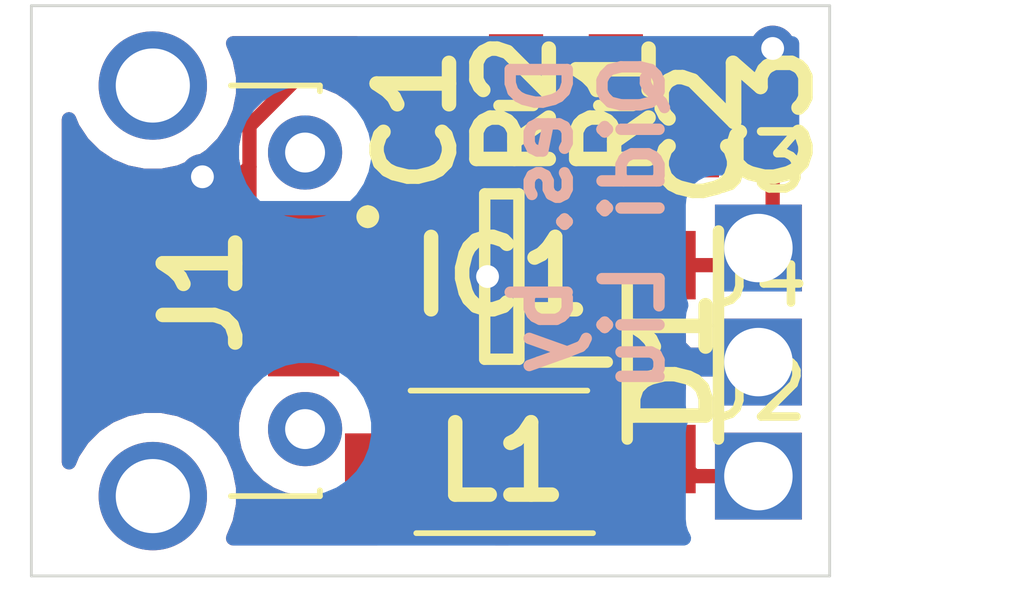
<source format=kicad_pcb>
(kicad_pcb (version 20171130) (host pcbnew 5.1.9+dfsg1-1)

  (general
    (thickness 1.6)
    (drawings 5)
    (tracks 60)
    (zones 0)
    (modules 12)
    (nets 15)
  )

  (page A4)
  (layers
    (0 F.Cu signal)
    (31 B.Cu signal)
    (32 B.Adhes user)
    (33 F.Adhes user)
    (34 B.Paste user)
    (35 F.Paste user)
    (36 B.SilkS user)
    (37 F.SilkS user)
    (38 B.Mask user)
    (39 F.Mask user)
    (40 Dwgs.User user)
    (41 Cmts.User user)
    (42 Eco1.User user)
    (43 Eco2.User user)
    (44 Edge.Cuts user)
    (45 Margin user)
    (46 B.CrtYd user)
    (47 F.CrtYd user)
    (48 B.Fab user)
    (49 F.Fab user)
  )

  (setup
    (last_trace_width 0.25)
    (trace_clearance 0.2)
    (zone_clearance 0.508)
    (zone_45_only no)
    (trace_min 0.2)
    (via_size 0.8)
    (via_drill 0.4)
    (via_min_size 0.4)
    (via_min_drill 0.3)
    (uvia_size 0.3)
    (uvia_drill 0.1)
    (uvias_allowed no)
    (uvia_min_size 0.2)
    (uvia_min_drill 0.1)
    (edge_width 0.05)
    (segment_width 0.2)
    (pcb_text_width 0.3)
    (pcb_text_size 1.5 1.5)
    (mod_edge_width 0.12)
    (mod_text_size 1 1)
    (mod_text_width 0.15)
    (pad_size 1.524 1.524)
    (pad_drill 0.762)
    (pad_to_mask_clearance 0)
    (aux_axis_origin 0 0)
    (visible_elements FFFFFF7F)
    (pcbplotparams
      (layerselection 0x010fc_ffffffff)
      (usegerberextensions false)
      (usegerberattributes true)
      (usegerberadvancedattributes true)
      (creategerberjobfile true)
      (excludeedgelayer true)
      (linewidth 0.100000)
      (plotframeref false)
      (viasonmask false)
      (mode 1)
      (useauxorigin false)
      (hpglpennumber 1)
      (hpglpenspeed 20)
      (hpglpendiameter 15.000000)
      (psnegative false)
      (psa4output false)
      (plotreference true)
      (plotvalue true)
      (plotinvisibletext false)
      (padsonsilk false)
      (subtractmaskfromsilk false)
      (outputformat 1)
      (mirror false)
      (drillshape 1)
      (scaleselection 1)
      (outputdirectory ""))
  )

  (net 0 "")
  (net 1 "Net-(C1-Pad1)")
  (net 2 GND)
  (net 3 "Net-(C2-Pad2)")
  (net 4 /V+)
  (net 5 "Net-(J1-Pad2)")
  (net 6 "Net-(J1-Pad3)")
  (net 7 "Net-(J1-Pad4)")
  (net 8 "Net-(J1-PadMH1)")
  (net 9 "Net-(J1-PadMH2)")
  (net 10 "Net-(J1-PadMH3)")
  (net 11 "Net-(J1-PadMH4)")
  (net 12 "Net-(J1-PadMP1)")
  (net 13 "Net-(J1-PadMP2)")
  (net 14 /EXT)

  (net_class Default "This is the default net class."
    (clearance 0.2)
    (trace_width 0.25)
    (via_dia 0.8)
    (via_drill 0.4)
    (uvia_dia 0.3)
    (uvia_drill 0.1)
    (add_net /EXT)
    (add_net /V+)
    (add_net GND)
    (add_net "Net-(C1-Pad1)")
    (add_net "Net-(C2-Pad2)")
    (add_net "Net-(J1-Pad2)")
    (add_net "Net-(J1-Pad3)")
    (add_net "Net-(J1-Pad4)")
    (add_net "Net-(J1-PadMH1)")
    (add_net "Net-(J1-PadMH2)")
    (add_net "Net-(J1-PadMH3)")
    (add_net "Net-(J1-PadMH4)")
    (add_net "Net-(J1-PadMP1)")
    (add_net "Net-(J1-PadMP2)")
  )

  (module my_lib:Du_Pont_pin (layer F.Cu) (tedit 60FC2584) (tstamp 60FC02DF)
    (at 141.75 95.25)
    (path /60FCECCD)
    (fp_text reference J2 (at 0 -1.5) (layer F.SilkS)
      (effects (font (size 1 1) (thickness 0.15)))
    )
    (fp_text value Du_Pont_pin (at 0 1.5) (layer F.Fab)
      (effects (font (size 1 1) (thickness 0.15)))
    )
    (pad 1 thru_hole rect (at 0 0) (size 1.524 1.524) (drill 1.2) (layers *.Cu *.Mask)
      (net 14 /EXT))
  )

  (module my_lib:Du_Pont_pin (layer F.Cu) (tedit 60FC2584) (tstamp 60FC02E9)
    (at 141.75 93.25)
    (path /60FCFB37)
    (fp_text reference J4 (at 0 -1.5) (layer F.SilkS)
      (effects (font (size 1 1) (thickness 0.15)))
    )
    (fp_text value Du_Pont_pin (at 0 1.5) (layer F.Fab)
      (effects (font (size 1 1) (thickness 0.15)))
    )
    (pad 1 thru_hole rect (at 0 0) (size 1.524 1.524) (drill 1.2) (layers *.Cu *.Mask)
      (net 2 GND))
  )

  (module my_lib:Du_Pont_pin (layer F.Cu) (tedit 60FC2584) (tstamp 60FC02E4)
    (at 141.75 91.25)
    (path /60FCF793)
    (fp_text reference J3 (at 0 -1.5) (layer F.SilkS)
      (effects (font (size 1 1) (thickness 0.15)))
    )
    (fp_text value Du_Pont_pin (at 0 1.5) (layer F.Fab)
      (effects (font (size 1 1) (thickness 0.15)))
    )
    (pad 1 thru_hole rect (at 0 0) (size 1.524 1.524) (drill 1.2) (layers *.Cu *.Mask)
      (net 4 /V+))
  )

  (module my_lib:CAPC1608X90N (layer F.Cu) (tedit 0) (tstamp 60FC0271)
    (at 135.75 89 90)
    (descr CL10A106MQ8NNNC)
    (tags Capacitor)
    (path /60FB7A54)
    (attr smd)
    (fp_text reference C1 (at 0 0 90) (layer F.SilkS)
      (effects (font (size 1.27 1.27) (thickness 0.254)))
    )
    (fp_text value CL10A106MQ8NNNC (at 0 0 90) (layer F.SilkS) hide
      (effects (font (size 1.27 1.27) (thickness 0.254)))
    )
    (fp_line (start -0.8 0.4) (end -0.8 -0.4) (layer F.Fab) (width 0.1))
    (fp_line (start 0.8 0.4) (end -0.8 0.4) (layer F.Fab) (width 0.1))
    (fp_line (start 0.8 -0.4) (end 0.8 0.4) (layer F.Fab) (width 0.1))
    (fp_line (start -0.8 -0.4) (end 0.8 -0.4) (layer F.Fab) (width 0.1))
    (fp_line (start -1.225 0.62) (end -1.225 -0.62) (layer F.CrtYd) (width 0.05))
    (fp_line (start 1.225 0.62) (end -1.225 0.62) (layer F.CrtYd) (width 0.05))
    (fp_line (start 1.225 -0.62) (end 1.225 0.62) (layer F.CrtYd) (width 0.05))
    (fp_line (start -1.225 -0.62) (end 1.225 -0.62) (layer F.CrtYd) (width 0.05))
    (fp_text user %R (at 0 0 90) (layer F.Fab)
      (effects (font (size 1.27 1.27) (thickness 0.254)))
    )
    (pad 1 smd rect (at -0.71 0 90) (size 0.73 0.94) (layers F.Cu F.Paste F.Mask)
      (net 1 "Net-(C1-Pad1)"))
    (pad 2 smd rect (at 0.71 0 90) (size 0.73 0.94) (layers F.Cu F.Paste F.Mask)
      (net 2 GND))
    (model CL10A106MQ8NNNC.stp
      (at (xyz 0 0 0))
      (scale (xyz 1 1 1))
      (rotate (xyz 0 0 0))
    )
  )

  (module my_lib:CAPC1005X55N (layer F.Cu) (tedit 0) (tstamp 60FC0280)
    (at 140.75 89.25 270)
    (descr 0402)
    (tags Capacitor)
    (path /60FC5B35)
    (attr smd)
    (fp_text reference C2 (at 0 0 90) (layer F.SilkS)
      (effects (font (size 1.27 1.27) (thickness 0.254)))
    )
    (fp_text value CC0402JRNPO9BN220 (at 0 0 90) (layer F.SilkS) hide
      (effects (font (size 1.27 1.27) (thickness 0.254)))
    )
    (fp_line (start -0.5 0.25) (end -0.5 -0.25) (layer F.Fab) (width 0.1))
    (fp_line (start 0.5 0.25) (end -0.5 0.25) (layer F.Fab) (width 0.1))
    (fp_line (start 0.5 -0.25) (end 0.5 0.25) (layer F.Fab) (width 0.1))
    (fp_line (start -0.5 -0.25) (end 0.5 -0.25) (layer F.Fab) (width 0.1))
    (fp_line (start -0.91 0.46) (end -0.91 -0.46) (layer F.CrtYd) (width 0.05))
    (fp_line (start 0.91 0.46) (end -0.91 0.46) (layer F.CrtYd) (width 0.05))
    (fp_line (start 0.91 -0.46) (end 0.91 0.46) (layer F.CrtYd) (width 0.05))
    (fp_line (start -0.91 -0.46) (end 0.91 -0.46) (layer F.CrtYd) (width 0.05))
    (fp_text user %R (at 0 0 90) (layer F.Fab)
      (effects (font (size 1.27 1.27) (thickness 0.254)))
    )
    (pad 1 smd rect (at -0.47 0 270) (size 0.58 0.62) (layers F.Cu F.Paste F.Mask)
      (net 4 /V+))
    (pad 2 smd rect (at 0.47 0 270) (size 0.58 0.62) (layers F.Cu F.Paste F.Mask)
      (net 3 "Net-(C2-Pad2)"))
    (model CC0402JRNPO9BN220.stp
      (at (xyz 0 0 0))
      (scale (xyz 1 1 1))
      (rotate (xyz 0 0 0))
    )
  )

  (module my_lib:CAPC1005X60N (layer F.Cu) (tedit 0) (tstamp 60FC028F)
    (at 142 89 90)
    (descr CL05A105KA5NQNC)
    (tags Capacitor)
    (path /60FCB24E)
    (attr smd)
    (fp_text reference C3 (at 0 0 90) (layer F.SilkS)
      (effects (font (size 1.27 1.27) (thickness 0.254)))
    )
    (fp_text value CL05A105KA5NQNC (at 0 0 90) (layer F.SilkS) hide
      (effects (font (size 1.27 1.27) (thickness 0.254)))
    )
    (fp_line (start -0.5 0.25) (end -0.5 -0.25) (layer F.Fab) (width 0.1))
    (fp_line (start 0.5 0.25) (end -0.5 0.25) (layer F.Fab) (width 0.1))
    (fp_line (start 0.5 -0.25) (end 0.5 0.25) (layer F.Fab) (width 0.1))
    (fp_line (start -0.5 -0.25) (end 0.5 -0.25) (layer F.Fab) (width 0.1))
    (fp_line (start -0.92 0.47) (end -0.92 -0.47) (layer F.CrtYd) (width 0.05))
    (fp_line (start 0.92 0.47) (end -0.92 0.47) (layer F.CrtYd) (width 0.05))
    (fp_line (start 0.92 -0.47) (end 0.92 0.47) (layer F.CrtYd) (width 0.05))
    (fp_line (start -0.92 -0.47) (end 0.92 -0.47) (layer F.CrtYd) (width 0.05))
    (pad 1 smd rect (at -0.46 0 90) (size 0.62 0.64) (layers F.Cu F.Paste F.Mask)
      (net 4 /V+))
    (pad 2 smd rect (at 0.46 0 90) (size 0.62 0.64) (layers F.Cu F.Paste F.Mask)
      (net 2 GND))
    (model CL05A105KA5NQNC.stp
      (at (xyz 0 0 0))
      (scale (xyz 1 1 1))
      (rotate (xyz 0 0 0))
    )
  )

  (module my_lib:SOD3816X128N (layer F.Cu) (tedit 0) (tstamp 60FC02A1)
    (at 140.25 93.25 270)
    (descr MBR0520L-1)
    (tags "Schottky Diode")
    (path /60FBFBA6)
    (attr smd)
    (fp_text reference D1 (at 0 0 90) (layer F.SilkS)
      (effects (font (size 1.27 1.27) (thickness 0.254)))
    )
    (fp_text value MBR0520L (at 0 0 90) (layer F.SilkS) hide
      (effects (font (size 1.27 1.27) (thickness 0.254)))
    )
    (fp_line (start -1.35 0.8) (end 1.35 0.8) (layer F.SilkS) (width 0.2))
    (fp_line (start -2.3 -0.8) (end 1.35 -0.8) (layer F.SilkS) (width 0.2))
    (fp_line (start -1.35 -0.2) (end -0.75 -0.8) (layer F.Fab) (width 0.1))
    (fp_line (start -1.35 0.8) (end -1.35 -0.8) (layer F.Fab) (width 0.1))
    (fp_line (start 1.35 0.8) (end -1.35 0.8) (layer F.Fab) (width 0.1))
    (fp_line (start 1.35 -0.8) (end 1.35 0.8) (layer F.Fab) (width 0.1))
    (fp_line (start -1.35 -0.8) (end 1.35 -0.8) (layer F.Fab) (width 0.1))
    (fp_line (start -2.55 1.675) (end -2.55 -1.675) (layer F.CrtYd) (width 0.05))
    (fp_line (start 2.55 1.675) (end -2.55 1.675) (layer F.CrtYd) (width 0.05))
    (fp_line (start 2.55 -1.675) (end 2.55 1.675) (layer F.CrtYd) (width 0.05))
    (fp_line (start -2.55 -1.675) (end 2.55 -1.675) (layer F.CrtYd) (width 0.05))
    (fp_text user %R (at 0 0 90) (layer F.Fab)
      (effects (font (size 1.27 1.27) (thickness 0.254)))
    )
    (pad 1 smd rect (at -1.7 0) (size 0.8 1.2) (layers F.Cu F.Paste F.Mask)
      (net 4 /V+))
    (pad 2 smd rect (at 1.7 0) (size 0.8 1.2) (layers F.Cu F.Paste F.Mask)
      (net 14 /EXT))
    (model MBR0520L.stp
      (at (xyz 0 0 0))
      (scale (xyz 1 1 1))
      (rotate (xyz 0 0 0))
    )
  )

  (module my_lib:SOT95P280X145-5N (layer F.Cu) (tedit 0) (tstamp 60FC02B9)
    (at 137.25 91.75 180)
    (descr "DBV (R-PDSO-G5)")
    (tags "Integrated Circuit")
    (path /60FB39DB)
    (attr smd)
    (fp_text reference IC1 (at 0 0) (layer F.SilkS)
      (effects (font (size 1.27 1.27) (thickness 0.254)))
    )
    (fp_text value TPS61040DBVR (at 0 0) (layer F.SilkS) hide
      (effects (font (size 1.27 1.27) (thickness 0.254)))
    )
    (fp_line (start -1.85 -1.5) (end -0.65 -1.5) (layer F.SilkS) (width 0.2))
    (fp_line (start -0.3 1.45) (end -0.3 -1.45) (layer F.SilkS) (width 0.2))
    (fp_line (start 0.3 1.45) (end -0.3 1.45) (layer F.SilkS) (width 0.2))
    (fp_line (start 0.3 -1.45) (end 0.3 1.45) (layer F.SilkS) (width 0.2))
    (fp_line (start -0.3 -1.45) (end 0.3 -1.45) (layer F.SilkS) (width 0.2))
    (fp_line (start -0.8 -0.5) (end 0.15 -1.45) (layer F.Fab) (width 0.1))
    (fp_line (start -0.8 1.45) (end -0.8 -1.45) (layer F.Fab) (width 0.1))
    (fp_line (start 0.8 1.45) (end -0.8 1.45) (layer F.Fab) (width 0.1))
    (fp_line (start 0.8 -1.45) (end 0.8 1.45) (layer F.Fab) (width 0.1))
    (fp_line (start -0.8 -1.45) (end 0.8 -1.45) (layer F.Fab) (width 0.1))
    (fp_line (start -2.1 1.775) (end -2.1 -1.775) (layer F.CrtYd) (width 0.05))
    (fp_line (start 2.1 1.775) (end -2.1 1.775) (layer F.CrtYd) (width 0.05))
    (fp_line (start 2.1 -1.775) (end 2.1 1.775) (layer F.CrtYd) (width 0.05))
    (fp_line (start -2.1 -1.775) (end 2.1 -1.775) (layer F.CrtYd) (width 0.05))
    (fp_text user %R (at 0 0) (layer F.Fab)
      (effects (font (size 1.27 1.27) (thickness 0.254)))
    )
    (pad 1 smd rect (at -1.25 -0.95 270) (size 0.6 1.2) (layers F.Cu F.Paste F.Mask)
      (net 14 /EXT))
    (pad 2 smd rect (at -1.25 0 270) (size 0.6 1.2) (layers F.Cu F.Paste F.Mask)
      (net 2 GND))
    (pad 3 smd rect (at -1.25 0.95 270) (size 0.6 1.2) (layers F.Cu F.Paste F.Mask)
      (net 3 "Net-(C2-Pad2)"))
    (pad 4 smd rect (at 1.25 0.95 270) (size 0.6 1.2) (layers F.Cu F.Paste F.Mask)
      (net 1 "Net-(C1-Pad1)"))
    (pad 5 smd rect (at 1.25 -0.95 270) (size 0.6 1.2) (layers F.Cu F.Paste F.Mask)
      (net 1 "Net-(C1-Pad1)"))
    (model TPS61040DBVR.stp
      (at (xyz 0 0 0))
      (scale (xyz 1 1 1))
      (rotate (xyz 0 0 0))
    )
  )

  (module my_lib:MICROXNJ (layer F.Cu) (tedit 60FB3531) (tstamp 60FC02DA)
    (at 129 92 90)
    (descr MICROXNJ-1)
    (tags Connector)
    (path /60FB5FA2)
    (fp_text reference J1 (at 0 3 90) (layer F.SilkS)
      (effects (font (size 1.27 1.27) (thickness 0.254)))
    )
    (fp_text value MICROXNJ (at 0 3 90) (layer F.SilkS) hide
      (effects (font (size 1.27 1.27) (thickness 0.254)))
    )
    (fp_line (start -3.6 0) (end 3.6 0) (layer F.Fab) (width 0.2))
    (fp_line (start 3.6 0) (end 3.6 5.06) (layer F.Fab) (width 0.2))
    (fp_line (start 3.6 5.06) (end -3.6 5.06) (layer F.Fab) (width 0.2))
    (fp_line (start -3.6 5.06) (end -3.6 0) (layer F.Fab) (width 0.2))
    (fp_line (start -5.05 -0.5) (end 5.05 -0.5) (layer F.CrtYd) (width 0.1))
    (fp_line (start 5.05 -0.5) (end 5.05 6.5) (layer F.CrtYd) (width 0.1))
    (fp_line (start 5.05 6.5) (end -5.05 6.5) (layer F.CrtYd) (width 0.1))
    (fp_line (start -5.05 6.5) (end -5.05 -0.5) (layer F.CrtYd) (width 0.1))
    (fp_line (start 1.2 5.9) (end 1.2 5.9) (layer F.SilkS) (width 0.2))
    (fp_line (start 1.4 5.9) (end 1.4 5.9) (layer F.SilkS) (width 0.2))
    (fp_line (start -3.6 3.5) (end -3.6 5.06) (layer F.SilkS) (width 0.1))
    (fp_line (start -3.6 5.06) (end -3.6 5.06) (layer F.SilkS) (width 0.1))
    (fp_line (start -3.6 5.06) (end -3.5 5.06) (layer F.SilkS) (width 0.1))
    (fp_line (start 3.6 3.5) (end 3.6 5.06) (layer F.SilkS) (width 0.1))
    (fp_line (start 3.6 5.06) (end 3.5 5.06) (layer F.SilkS) (width 0.1))
    (fp_text user %R (at 0 3 90) (layer F.Fab)
      (effects (font (size 1.27 1.27) (thickness 0.254)))
    )
    (fp_arc (start 1.3 5.9) (end 1.2 5.9) (angle -180) (layer F.SilkS) (width 0.2))
    (fp_arc (start 1.3 5.9) (end 1.4 5.9) (angle -180) (layer F.SilkS) (width 0.2))
    (pad 1 smd rect (at 1.3 4.775 90) (size 0.4 1.25) (layers F.Cu F.Paste F.Mask)
      (net 2 GND))
    (pad 2 smd rect (at 0.65 4.775 90) (size 0.4 1.25) (layers F.Cu F.Paste F.Mask)
      (net 5 "Net-(J1-Pad2)"))
    (pad 3 smd rect (at 0 4.775 90) (size 0.4 1.25) (layers F.Cu F.Paste F.Mask)
      (net 6 "Net-(J1-Pad3)"))
    (pad 4 smd rect (at -0.65 4.775 90) (size 0.4 1.25) (layers F.Cu F.Paste F.Mask)
      (net 7 "Net-(J1-Pad4)"))
    (pad 5 smd rect (at -1.3 4.775 90) (size 0.4 1.25) (layers F.Cu F.Paste F.Mask)
      (net 1 "Net-(C1-Pad1)"))
    (pad MH1 thru_hole circle (at 2.425 4.8 90) (size 1.3 1.3) (drill 0.7) (layers *.Cu *.Mask)
      (net 8 "Net-(J1-PadMH1)"))
    (pad MH2 thru_hole circle (at -2.425 4.8 90) (size 1.3 1.3) (drill 0.7) (layers *.Cu *.Mask)
      (net 9 "Net-(J1-PadMH2)"))
    (pad MH3 thru_hole circle (at 3.6 2.13 90) (size 1.9 1.9) (drill 1.3) (layers *.Cu *.Mask)
      (net 10 "Net-(J1-PadMH3)"))
    (pad MH4 thru_hole circle (at -3.6 2.13 90) (size 1.9 1.9) (drill 1.3) (layers *.Cu *.Mask)
      (net 11 "Net-(J1-PadMH4)"))
    (pad MP1 smd rect (at 0.8 2.125 90) (size 0.6 1.35) (layers F.Cu F.Paste F.Mask)
      (net 12 "Net-(J1-PadMP1)"))
    (pad MP2 smd rect (at -0.8 2.125 90) (size 0.6 1.35) (layers F.Cu F.Paste F.Mask)
      (net 13 "Net-(J1-PadMP2)"))
    (model MICROXNJ.stp
      (at (xyz 0 0 0))
      (scale (xyz 1 1 1))
      (rotate (xyz 0 0 0))
    )
  )

  (module my_lib:LQH32DN100K23L (layer F.Cu) (tedit 0) (tstamp 60FC02FC)
    (at 137.25 95)
    (descr "1210 (3225) L=3.2±0.3mm W=2.5±0.2mm T=2.0±0.2mm")
    (tags Inductor)
    (path /60FBE9EA)
    (attr smd)
    (fp_text reference L1 (at 0 0) (layer F.SilkS)
      (effects (font (size 1.27 1.27) (thickness 0.254)))
    )
    (fp_text value LQH32CN4R7M33L (at 0 0) (layer F.SilkS) hide
      (effects (font (size 1.27 1.27) (thickness 0.254)))
    )
    (fp_line (start -1.5 1.25) (end 1.6 1.25) (layer F.SilkS) (width 0.1))
    (fp_line (start -1.6 -1.25) (end 1.5 -1.25) (layer F.SilkS) (width 0.1))
    (fp_line (start -3.75 2.25) (end -3.75 -2.25) (layer F.CrtYd) (width 0.1))
    (fp_line (start 3.75 2.25) (end -3.75 2.25) (layer F.CrtYd) (width 0.1))
    (fp_line (start 3.75 -2.25) (end 3.75 2.25) (layer F.CrtYd) (width 0.1))
    (fp_line (start -3.75 -2.25) (end 3.75 -2.25) (layer F.CrtYd) (width 0.1))
    (fp_line (start -1.6 1.25) (end -1.6 -1.25) (layer F.Fab) (width 0.2))
    (fp_line (start 1.6 1.25) (end -1.6 1.25) (layer F.Fab) (width 0.2))
    (fp_line (start 1.6 -1.25) (end 1.6 1.25) (layer F.Fab) (width 0.2))
    (fp_line (start -1.6 -1.25) (end 1.6 -1.25) (layer F.Fab) (width 0.2))
    (fp_text user %R (at 0 0) (layer F.Fab)
      (effects (font (size 1.27 1.27) (thickness 0.254)))
    )
    (pad 1 smd rect (at -1.15 0) (size 1 2) (layers F.Cu F.Paste F.Mask)
      (net 1 "Net-(C1-Pad1)"))
    (pad 2 smd rect (at 1.15 0) (size 1 2) (layers F.Cu F.Paste F.Mask)
      (net 14 /EXT))
    (pad 3 smd rect (at -2.2 0 90) (size 1 1.1) (layers F.Cu F.Paste F.Mask))
    (pad 4 smd rect (at 2.2 0 90) (size 1 1.1) (layers F.Cu F.Paste F.Mask))
    (model LQH32CN4R7M33L.stp
      (at (xyz 0 0 0))
      (scale (xyz 1 1 1))
      (rotate (xyz 0 0 0))
    )
  )

  (module my_lib:RESC1608X55N (layer F.Cu) (tedit 0) (tstamp 60FC030C)
    (at 139.25 88.75 270)
    (descr 1.6mmx0.8mm)
    (tags Resistor)
    (path /60FCAF0F)
    (attr smd)
    (fp_text reference R1 (at 0 0 90) (layer F.SilkS)
      (effects (font (size 1.27 1.27) (thickness 0.254)))
    )
    (fp_text value 0603WAF1001T5E (at 0 0 90) (layer F.SilkS) hide
      (effects (font (size 1.27 1.27) (thickness 0.254)))
    )
    (fp_line (start -1.5 -0.75) (end 1.5 -0.75) (layer F.CrtYd) (width 0.05))
    (fp_line (start 1.5 -0.75) (end 1.5 0.75) (layer F.CrtYd) (width 0.05))
    (fp_line (start 1.5 0.75) (end -1.5 0.75) (layer F.CrtYd) (width 0.05))
    (fp_line (start -1.5 0.75) (end -1.5 -0.75) (layer F.CrtYd) (width 0.05))
    (fp_line (start -0.8 -0.4) (end 0.8 -0.4) (layer F.Fab) (width 0.1))
    (fp_line (start 0.8 -0.4) (end 0.8 0.4) (layer F.Fab) (width 0.1))
    (fp_line (start 0.8 0.4) (end -0.8 0.4) (layer F.Fab) (width 0.1))
    (fp_line (start -0.8 0.4) (end -0.8 -0.4) (layer F.Fab) (width 0.1))
    (fp_line (start 0 -0.3) (end 0 0.3) (layer F.SilkS) (width 0.2))
    (fp_text user %R (at 0 0 90) (layer F.Fab)
      (effects (font (size 1.27 1.27) (thickness 0.254)))
    )
    (pad 2 smd rect (at 0.8 0 270) (size 0.9 0.95) (layers F.Cu F.Paste F.Mask)
      (net 3 "Net-(C2-Pad2)"))
    (pad 1 smd rect (at -0.8 0 270) (size 0.9 0.95) (layers F.Cu F.Paste F.Mask)
      (net 4 /V+))
    (model 0603WAF1001T5E.stp
      (at (xyz 0 0 0))
      (scale (xyz 1 1 1))
      (rotate (xyz 0 0 0))
    )
  )

  (module my_lib:RESC1608X55N (layer F.Cu) (tedit 0) (tstamp 60FC031C)
    (at 137.5 88.75 90)
    (descr 1.6mmx0.8mm)
    (tags Resistor)
    (path /60FC2832)
    (attr smd)
    (fp_text reference R2 (at 0 0 90) (layer F.SilkS)
      (effects (font (size 1.27 1.27) (thickness 0.254)))
    )
    (fp_text value 0603WAF1001T5E (at 0 0 90) (layer F.SilkS) hide
      (effects (font (size 1.27 1.27) (thickness 0.254)))
    )
    (fp_line (start 0 -0.3) (end 0 0.3) (layer F.SilkS) (width 0.2))
    (fp_line (start -0.8 0.4) (end -0.8 -0.4) (layer F.Fab) (width 0.1))
    (fp_line (start 0.8 0.4) (end -0.8 0.4) (layer F.Fab) (width 0.1))
    (fp_line (start 0.8 -0.4) (end 0.8 0.4) (layer F.Fab) (width 0.1))
    (fp_line (start -0.8 -0.4) (end 0.8 -0.4) (layer F.Fab) (width 0.1))
    (fp_line (start -1.5 0.75) (end -1.5 -0.75) (layer F.CrtYd) (width 0.05))
    (fp_line (start 1.5 0.75) (end -1.5 0.75) (layer F.CrtYd) (width 0.05))
    (fp_line (start 1.5 -0.75) (end 1.5 0.75) (layer F.CrtYd) (width 0.05))
    (fp_line (start -1.5 -0.75) (end 1.5 -0.75) (layer F.CrtYd) (width 0.05))
    (fp_text user %R (at 0 0 90) (layer F.Fab)
      (effects (font (size 1.27 1.27) (thickness 0.254)))
    )
    (pad 1 smd rect (at -0.8 0 90) (size 0.9 0.95) (layers F.Cu F.Paste F.Mask)
      (net 3 "Net-(C2-Pad2)"))
    (pad 2 smd rect (at 0.8 0 90) (size 0.9 0.95) (layers F.Cu F.Paste F.Mask)
      (net 2 GND))
    (model 0603WAF1001T5E.stp
      (at (xyz 0 0 0))
      (scale (xyz 1 1 1))
      (rotate (xyz 0 0 0))
    )
  )

  (gr_text "Des. by\nQidi Liu" (at 138.75 87.75 90) (layer B.SilkS)
    (effects (font (size 1 1) (thickness 0.2)) (justify left mirror))
  )
  (gr_line (start 129 97) (end 129 87) (layer Edge.Cuts) (width 0.05) (tstamp 60FC148A))
  (gr_line (start 143 97) (end 129 97) (layer Edge.Cuts) (width 0.05))
  (gr_line (start 143 87) (end 143 97) (layer Edge.Cuts) (width 0.05))
  (gr_line (start 129 87) (end 143 87) (layer Edge.Cuts) (width 0.05))

  (segment (start 135.75 90.55) (end 136 90.8) (width 0.25) (layer F.Cu) (net 1))
  (segment (start 135.75 89.71) (end 135.75 90.55) (width 0.25) (layer F.Cu) (net 1))
  (segment (start 136 90.8) (end 136 92.7) (width 0.25) (layer F.Cu) (net 1))
  (segment (start 136 94.9) (end 136.1 95) (width 0.25) (layer F.Cu) (net 1))
  (segment (start 136 92.7) (end 136 94.9) (width 0.25) (layer F.Cu) (net 1))
  (segment (start 135.4 93.3) (end 133.775 93.3) (width 0.25) (layer F.Cu) (net 1))
  (segment (start 136 92.7) (end 135.4 93.3) (width 0.25) (layer F.Cu) (net 1))
  (segment (start 134.985002 93.3) (end 133.775 93.3) (width 0.25) (layer F.Cu) (net 1))
  (segment (start 136.1 94.414998) (end 134.985002 93.3) (width 0.25) (layer F.Cu) (net 1))
  (segment (start 136.1 95) (end 136.1 94.414998) (width 0.25) (layer F.Cu) (net 1))
  (segment (start 133.641998 88.29) (end 135.75 88.29) (width 0.25) (layer F.Cu) (net 2))
  (segment (start 132.824999 89.106999) (end 133.641998 88.29) (width 0.25) (layer F.Cu) (net 2))
  (segment (start 132.9 90.7) (end 132.824999 90.624999) (width 0.25) (layer F.Cu) (net 2))
  (segment (start 133.775 90.7) (end 132.9 90.7) (width 0.25) (layer F.Cu) (net 2))
  (segment (start 137.16 88.29) (end 137.5 87.95) (width 0.25) (layer F.Cu) (net 2))
  (segment (start 135.75 88.29) (end 137.16 88.29) (width 0.25) (layer F.Cu) (net 2))
  (segment (start 139.425001 92.139999) (end 139.035002 91.75) (width 0.25) (layer F.Cu) (net 2))
  (segment (start 139.425001 92.925001) (end 139.425001 92.139999) (width 0.25) (layer F.Cu) (net 2))
  (segment (start 139.75 93.25) (end 139.425001 92.925001) (width 0.25) (layer F.Cu) (net 2))
  (segment (start 139.035002 91.75) (end 138.5 91.75) (width 0.25) (layer F.Cu) (net 2))
  (segment (start 141.75 93.25) (end 139.75 93.25) (width 0.25) (layer F.Cu) (net 2))
  (via (at 137 91.75) (size 0.8) (drill 0.4) (layers F.Cu B.Cu) (net 2))
  (segment (start 138.5 91.75) (end 137 91.75) (width 0.25) (layer F.Cu) (net 2))
  (via (at 132 90) (size 0.8) (drill 0.4) (layers F.Cu B.Cu) (net 2))
  (segment (start 133.75 91.75) (end 132 90) (width 0.25) (layer B.Cu) (net 2))
  (segment (start 137 91.75) (end 133.75 91.75) (width 0.25) (layer B.Cu) (net 2))
  (segment (start 132.649998 90) (end 132.824999 89.824999) (width 0.25) (layer F.Cu) (net 2))
  (segment (start 132.824999 89.824999) (end 132.824999 89.106999) (width 0.25) (layer F.Cu) (net 2))
  (segment (start 132 90) (end 132.649998 90) (width 0.25) (layer F.Cu) (net 2))
  (segment (start 132.824999 90.624999) (end 132.824999 89.824999) (width 0.25) (layer F.Cu) (net 2))
  (via (at 142 87.75) (size 0.8) (drill 0.4) (layers F.Cu B.Cu) (net 2))
  (segment (start 139.199999 90.550001) (end 142 87.75) (width 0.25) (layer B.Cu) (net 2))
  (segment (start 132.550001 90.550001) (end 139.199999 90.550001) (width 0.25) (layer B.Cu) (net 2))
  (segment (start 132 90) (end 132.550001 90.550001) (width 0.25) (layer B.Cu) (net 2))
  (segment (start 142 87.75) (end 142 88.54) (width 0.25) (layer F.Cu) (net 2))
  (segment (start 137.5 89.8) (end 138.5 90.8) (width 0.25) (layer F.Cu) (net 3))
  (segment (start 137.5 89.55) (end 137.5 89.8) (width 0.25) (layer F.Cu) (net 3))
  (segment (start 138.5 90.3) (end 139.25 89.55) (width 0.25) (layer F.Cu) (net 3))
  (segment (start 138.5 90.8) (end 138.5 90.3) (width 0.25) (layer F.Cu) (net 3))
  (segment (start 140.58 89.55) (end 140.75 89.72) (width 0.25) (layer F.Cu) (net 3))
  (segment (start 139.25 89.55) (end 140.58 89.55) (width 0.25) (layer F.Cu) (net 3))
  (segment (start 137.5 89.55) (end 139.25 89.55) (width 0.25) (layer F.Cu) (net 3))
  (segment (start 141.45 91.55) (end 141.75 91.25) (width 0.25) (layer F.Cu) (net 4))
  (segment (start 140.25 91.55) (end 141.45 91.55) (width 0.25) (layer F.Cu) (net 4))
  (segment (start 141.704998 89.46) (end 142 89.46) (width 0.25) (layer F.Cu) (net 4))
  (segment (start 141.024998 88.78) (end 141.704998 89.46) (width 0.25) (layer F.Cu) (net 4))
  (segment (start 140.75 88.78) (end 141.024998 88.78) (width 0.25) (layer F.Cu) (net 4))
  (segment (start 142 91) (end 141.75 91.25) (width 0.25) (layer F.Cu) (net 4))
  (segment (start 142 89.46) (end 142 91) (width 0.25) (layer F.Cu) (net 4))
  (segment (start 140.08 88.78) (end 139.25 87.95) (width 0.25) (layer F.Cu) (net 4))
  (segment (start 140.75 88.78) (end 140.08 88.78) (width 0.25) (layer F.Cu) (net 4))
  (segment (start 138.5 94.9) (end 138.4 95) (width 0.25) (layer F.Cu) (net 14))
  (segment (start 138.5 92.7) (end 138.5 94.9) (width 0.25) (layer F.Cu) (net 14))
  (segment (start 140.625001 95.25) (end 140.325001 94.95) (width 0.25) (layer F.Cu) (net 14))
  (segment (start 141.75 95.25) (end 140.625001 95.25) (width 0.25) (layer F.Cu) (net 14))
  (segment (start 140.325001 95.760001) (end 140.325001 94.95) (width 0.25) (layer F.Cu) (net 14))
  (segment (start 140.260001 95.825001) (end 140.325001 95.760001) (width 0.25) (layer F.Cu) (net 14))
  (segment (start 138.639999 95.825001) (end 140.260001 95.825001) (width 0.25) (layer F.Cu) (net 14))
  (segment (start 138.4 95.585002) (end 138.639999 95.825001) (width 0.25) (layer F.Cu) (net 14))
  (segment (start 138.4 95) (end 138.4 95.585002) (width 0.25) (layer F.Cu) (net 14))

  (zone (net 2) (net_name GND) (layer F.Cu) (tstamp 0) (hatch edge 0.508)
    (connect_pads (clearance 0.508))
    (min_thickness 0.254)
    (fill yes (arc_segments 32) (thermal_gap 0.508) (thermal_bridge_width 0.508))
    (polygon
      (pts
        (xy 143 97) (xy 129 97) (xy 129 87) (xy 143 87)
      )
    )
    (filled_polygon
      (pts
        (xy 134.690498 87.68082) (xy 134.654188 87.800518) (xy 134.641928 87.925) (xy 134.645 88.00425) (xy 134.80375 88.163)
        (xy 135.623 88.163) (xy 135.623 88.143) (xy 135.877 88.143) (xy 135.877 88.163) (xy 135.897 88.163)
        (xy 135.897 88.417) (xy 135.877 88.417) (xy 135.877 88.437) (xy 135.623 88.437) (xy 135.623 88.417)
        (xy 134.80375 88.417) (xy 134.645 88.57575) (xy 134.643993 88.601728) (xy 134.61914 88.576875) (xy 134.408676 88.436247)
        (xy 134.174821 88.339381) (xy 133.926561 88.29) (xy 133.673439 88.29) (xy 133.425179 88.339381) (xy 133.191324 88.436247)
        (xy 132.98086 88.576875) (xy 132.801875 88.75586) (xy 132.661247 88.966324) (xy 132.564381 89.200179) (xy 132.515 89.448439)
        (xy 132.515 89.701561) (xy 132.564381 89.949821) (xy 132.63643 90.123762) (xy 132.625508 90.136622) (xy 132.564694 90.245927)
        (xy 132.526374 90.364997) (xy 132.515 90.46825) (xy 132.67375 90.627) (xy 132.786322 90.627) (xy 132.698815 90.698815)
        (xy 132.619463 90.795506) (xy 132.582968 90.863782) (xy 132.515 90.93175) (xy 132.525025 91.022758) (xy 132.524188 91.025518)
        (xy 132.511928 91.15) (xy 132.511928 91.55) (xy 132.524188 91.674482) (xy 132.524345 91.675) (xy 132.524188 91.675518)
        (xy 132.511928 91.8) (xy 132.511928 92.2) (xy 132.524188 92.324482) (xy 132.524345 92.325) (xy 132.524188 92.325518)
        (xy 132.511928 92.45) (xy 132.511928 92.85) (xy 132.524188 92.974482) (xy 132.524345 92.975) (xy 132.524188 92.975518)
        (xy 132.511928 93.1) (xy 132.511928 93.5) (xy 132.524188 93.624482) (xy 132.560498 93.74418) (xy 132.619463 93.854494)
        (xy 132.636724 93.875527) (xy 132.564381 94.050179) (xy 132.515 94.298439) (xy 132.515 94.551561) (xy 132.564381 94.799821)
        (xy 132.661247 95.033676) (xy 132.801875 95.24414) (xy 132.98086 95.423125) (xy 133.191324 95.563753) (xy 133.425179 95.660619)
        (xy 133.673439 95.71) (xy 133.90013 95.71) (xy 133.910498 95.74418) (xy 133.969463 95.854494) (xy 134.048815 95.951185)
        (xy 134.145506 96.030537) (xy 134.25582 96.089502) (xy 134.375518 96.125812) (xy 134.5 96.138072) (xy 134.97831 96.138072)
        (xy 135.010498 96.24418) (xy 135.061716 96.34) (xy 132.539074 96.34) (xy 132.654089 96.062327) (xy 132.715 95.756109)
        (xy 132.715 95.443891) (xy 132.654089 95.137673) (xy 132.534609 94.849221) (xy 132.36115 94.589621) (xy 132.140379 94.36885)
        (xy 131.880779 94.195391) (xy 131.592327 94.075911) (xy 131.286109 94.015) (xy 130.973891 94.015) (xy 130.667673 94.075911)
        (xy 130.379221 94.195391) (xy 130.119621 94.36885) (xy 129.89885 94.589621) (xy 129.725391 94.849221) (xy 129.66 95.00709)
        (xy 129.66 90.9) (xy 129.811928 90.9) (xy 129.811928 91.5) (xy 129.824188 91.624482) (xy 129.860498 91.74418)
        (xy 129.919463 91.854494) (xy 129.998815 91.951185) (xy 130.058296 92) (xy 129.998815 92.048815) (xy 129.919463 92.145506)
        (xy 129.860498 92.25582) (xy 129.824188 92.375518) (xy 129.811928 92.5) (xy 129.811928 93.1) (xy 129.824188 93.224482)
        (xy 129.860498 93.34418) (xy 129.919463 93.454494) (xy 129.998815 93.551185) (xy 130.095506 93.630537) (xy 130.20582 93.689502)
        (xy 130.325518 93.725812) (xy 130.45 93.738072) (xy 131.8 93.738072) (xy 131.924482 93.725812) (xy 132.04418 93.689502)
        (xy 132.154494 93.630537) (xy 132.251185 93.551185) (xy 132.330537 93.454494) (xy 132.389502 93.34418) (xy 132.425812 93.224482)
        (xy 132.438072 93.1) (xy 132.438072 92.5) (xy 132.425812 92.375518) (xy 132.389502 92.25582) (xy 132.330537 92.145506)
        (xy 132.251185 92.048815) (xy 132.191704 92) (xy 132.251185 91.951185) (xy 132.330537 91.854494) (xy 132.389502 91.74418)
        (xy 132.425812 91.624482) (xy 132.438072 91.5) (xy 132.438072 90.9) (xy 132.425812 90.775518) (xy 132.389502 90.65582)
        (xy 132.330537 90.545506) (xy 132.251185 90.448815) (xy 132.154494 90.369463) (xy 132.04418 90.310498) (xy 131.924482 90.274188)
        (xy 131.8 90.261928) (xy 130.45 90.261928) (xy 130.325518 90.274188) (xy 130.20582 90.310498) (xy 130.095506 90.369463)
        (xy 129.998815 90.448815) (xy 129.919463 90.545506) (xy 129.860498 90.65582) (xy 129.824188 90.775518) (xy 129.811928 90.9)
        (xy 129.66 90.9) (xy 129.66 88.99291) (xy 129.725391 89.150779) (xy 129.89885 89.410379) (xy 130.119621 89.63115)
        (xy 130.379221 89.804609) (xy 130.667673 89.924089) (xy 130.973891 89.985) (xy 131.286109 89.985) (xy 131.592327 89.924089)
        (xy 131.880779 89.804609) (xy 132.140379 89.63115) (xy 132.36115 89.410379) (xy 132.534609 89.150779) (xy 132.654089 88.862327)
        (xy 132.715 88.556109) (xy 132.715 88.243891) (xy 132.654089 87.937673) (xy 132.539074 87.66) (xy 134.701627 87.66)
      )
    )
    (filled_polygon
      (pts
        (xy 137.261928 91.1) (xy 137.274188 91.224482) (xy 137.289512 91.275) (xy 137.274188 91.325518) (xy 137.261928 91.45)
        (xy 137.265 91.46425) (xy 137.42375 91.623) (xy 137.536322 91.623) (xy 137.545506 91.630537) (xy 137.65582 91.689502)
        (xy 137.775518 91.725812) (xy 137.9 91.738072) (xy 138.647 91.738072) (xy 138.647 91.761928) (xy 137.9 91.761928)
        (xy 137.775518 91.774188) (xy 137.65582 91.810498) (xy 137.545506 91.869463) (xy 137.536322 91.877) (xy 137.42375 91.877)
        (xy 137.265 92.03575) (xy 137.261928 92.05) (xy 137.274188 92.174482) (xy 137.289512 92.225) (xy 137.274188 92.275518)
        (xy 137.261928 92.4) (xy 137.261928 93) (xy 137.274188 93.124482) (xy 137.310498 93.24418) (xy 137.369463 93.354494)
        (xy 137.448815 93.451185) (xy 137.508296 93.5) (xy 137.448815 93.548815) (xy 137.369463 93.645506) (xy 137.310498 93.75582)
        (xy 137.274188 93.875518) (xy 137.261928 94) (xy 137.261928 96) (xy 137.274188 96.124482) (xy 137.310498 96.24418)
        (xy 137.361716 96.34) (xy 137.138284 96.34) (xy 137.189502 96.24418) (xy 137.225812 96.124482) (xy 137.238072 96)
        (xy 137.238072 94) (xy 137.225812 93.875518) (xy 137.189502 93.75582) (xy 137.130537 93.645506) (xy 137.051185 93.548815)
        (xy 136.991704 93.5) (xy 137.051185 93.451185) (xy 137.130537 93.354494) (xy 137.189502 93.24418) (xy 137.225812 93.124482)
        (xy 137.238072 93) (xy 137.238072 92.4) (xy 137.225812 92.275518) (xy 137.189502 92.15582) (xy 137.130537 92.045506)
        (xy 137.051185 91.948815) (xy 136.954494 91.869463) (xy 136.84418 91.810498) (xy 136.76 91.784962) (xy 136.76 91.715038)
        (xy 136.84418 91.689502) (xy 136.954494 91.630537) (xy 137.051185 91.551185) (xy 137.130537 91.454494) (xy 137.189502 91.34418)
        (xy 137.225812 91.224482) (xy 137.238072 91.1) (xy 137.238072 90.638072) (xy 137.261928 90.638072)
      )
    )
    (filled_polygon
      (pts
        (xy 139.85 92.788072) (xy 140.351864 92.788072) (xy 140.353 92.96425) (xy 140.51175 93.123) (xy 141.623 93.123)
        (xy 141.623 93.103) (xy 141.877 93.103) (xy 141.877 93.123) (xy 141.897 93.123) (xy 141.897 93.377)
        (xy 141.877 93.377) (xy 141.877 93.397) (xy 141.623 93.397) (xy 141.623 93.377) (xy 140.51175 93.377)
        (xy 140.353 93.53575) (xy 140.351864 93.711928) (xy 139.85 93.711928) (xy 139.725518 93.724188) (xy 139.60582 93.760498)
        (xy 139.506952 93.813345) (xy 139.489502 93.75582) (xy 139.430537 93.645506) (xy 139.372259 93.574493) (xy 139.454494 93.530537)
        (xy 139.551185 93.451185) (xy 139.630537 93.354494) (xy 139.689502 93.24418) (xy 139.725812 93.124482) (xy 139.738072 93)
        (xy 139.738072 92.777048)
      )
    )
    (filled_polygon
      (pts
        (xy 137.627 87.823) (xy 137.647 87.823) (xy 137.647 88.077) (xy 137.627 88.077) (xy 137.627 88.097)
        (xy 137.373 88.097) (xy 137.373 88.077) (xy 137.353 88.077) (xy 137.353 87.823) (xy 137.373 87.823)
        (xy 137.373 87.803) (xy 137.627 87.803)
      )
    )
  )
  (zone (net 2) (net_name GND) (layer B.Cu) (tstamp 0) (hatch edge 0.508)
    (connect_pads (clearance 0.508))
    (min_thickness 0.254)
    (fill yes (arc_segments 32) (thermal_gap 0.508) (thermal_bridge_width 0.508))
    (polygon
      (pts
        (xy 143 97) (xy 129 97) (xy 129 87) (xy 143 87)
      )
    )
    (filled_polygon
      (pts
        (xy 142.34 89.849928) (xy 140.988 89.849928) (xy 140.863518 89.862188) (xy 140.74382 89.898498) (xy 140.633506 89.957463)
        (xy 140.536815 90.036815) (xy 140.457463 90.133506) (xy 140.398498 90.24382) (xy 140.362188 90.363518) (xy 140.349928 90.488)
        (xy 140.349928 92.012) (xy 140.362188 92.136482) (xy 140.396623 92.25) (xy 140.362188 92.363518) (xy 140.349928 92.488)
        (xy 140.353 92.96425) (xy 140.51175 93.123) (xy 141.623 93.123) (xy 141.623 93.103) (xy 141.877 93.103)
        (xy 141.877 93.123) (xy 141.897 93.123) (xy 141.897 93.377) (xy 141.877 93.377) (xy 141.877 93.397)
        (xy 141.623 93.397) (xy 141.623 93.377) (xy 140.51175 93.377) (xy 140.353 93.53575) (xy 140.349928 94.012)
        (xy 140.362188 94.136482) (xy 140.396623 94.25) (xy 140.362188 94.363518) (xy 140.349928 94.488) (xy 140.349928 96.012)
        (xy 140.362188 96.136482) (xy 140.398498 96.25618) (xy 140.443301 96.34) (xy 132.539074 96.34) (xy 132.654089 96.062327)
        (xy 132.715 95.756109) (xy 132.715 95.443891) (xy 132.654089 95.137673) (xy 132.534609 94.849221) (xy 132.36115 94.589621)
        (xy 132.140379 94.36885) (xy 132.035002 94.298439) (xy 132.515 94.298439) (xy 132.515 94.551561) (xy 132.564381 94.799821)
        (xy 132.661247 95.033676) (xy 132.801875 95.24414) (xy 132.98086 95.423125) (xy 133.191324 95.563753) (xy 133.425179 95.660619)
        (xy 133.673439 95.71) (xy 133.926561 95.71) (xy 134.174821 95.660619) (xy 134.408676 95.563753) (xy 134.61914 95.423125)
        (xy 134.798125 95.24414) (xy 134.938753 95.033676) (xy 135.035619 94.799821) (xy 135.085 94.551561) (xy 135.085 94.298439)
        (xy 135.035619 94.050179) (xy 134.938753 93.816324) (xy 134.798125 93.60586) (xy 134.61914 93.426875) (xy 134.408676 93.286247)
        (xy 134.174821 93.189381) (xy 133.926561 93.14) (xy 133.673439 93.14) (xy 133.425179 93.189381) (xy 133.191324 93.286247)
        (xy 132.98086 93.426875) (xy 132.801875 93.60586) (xy 132.661247 93.816324) (xy 132.564381 94.050179) (xy 132.515 94.298439)
        (xy 132.035002 94.298439) (xy 131.880779 94.195391) (xy 131.592327 94.075911) (xy 131.286109 94.015) (xy 130.973891 94.015)
        (xy 130.667673 94.075911) (xy 130.379221 94.195391) (xy 130.119621 94.36885) (xy 129.89885 94.589621) (xy 129.725391 94.849221)
        (xy 129.66 95.00709) (xy 129.66 88.99291) (xy 129.725391 89.150779) (xy 129.89885 89.410379) (xy 130.119621 89.63115)
        (xy 130.379221 89.804609) (xy 130.667673 89.924089) (xy 130.973891 89.985) (xy 131.286109 89.985) (xy 131.592327 89.924089)
        (xy 131.880779 89.804609) (xy 132.140379 89.63115) (xy 132.32309 89.448439) (xy 132.515 89.448439) (xy 132.515 89.701561)
        (xy 132.564381 89.949821) (xy 132.661247 90.183676) (xy 132.801875 90.39414) (xy 132.98086 90.573125) (xy 133.191324 90.713753)
        (xy 133.425179 90.810619) (xy 133.673439 90.86) (xy 133.926561 90.86) (xy 134.174821 90.810619) (xy 134.408676 90.713753)
        (xy 134.61914 90.573125) (xy 134.798125 90.39414) (xy 134.938753 90.183676) (xy 135.035619 89.949821) (xy 135.085 89.701561)
        (xy 135.085 89.448439) (xy 135.035619 89.200179) (xy 134.938753 88.966324) (xy 134.798125 88.75586) (xy 134.61914 88.576875)
        (xy 134.408676 88.436247) (xy 134.174821 88.339381) (xy 133.926561 88.29) (xy 133.673439 88.29) (xy 133.425179 88.339381)
        (xy 133.191324 88.436247) (xy 132.98086 88.576875) (xy 132.801875 88.75586) (xy 132.661247 88.966324) (xy 132.564381 89.200179)
        (xy 132.515 89.448439) (xy 132.32309 89.448439) (xy 132.36115 89.410379) (xy 132.534609 89.150779) (xy 132.654089 88.862327)
        (xy 132.715 88.556109) (xy 132.715 88.243891) (xy 132.654089 87.937673) (xy 132.539074 87.66) (xy 142.34 87.66)
      )
    )
  )
)

</source>
